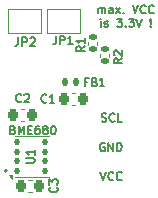
<source format=gbr>
%TF.GenerationSoftware,KiCad,Pcbnew,8.0.9-8.0.9-0~ubuntu22.04.1*%
%TF.CreationDate,2025-02-27T10:51:42+01:00*%
%TF.ProjectId,I2C_Module_BME680_small_FUEL4EP,4932435f-4d6f-4647-956c-655f424d4536,V1.1*%
%TF.SameCoordinates,Original*%
%TF.FileFunction,Legend,Top*%
%TF.FilePolarity,Positive*%
%FSLAX46Y46*%
G04 Gerber Fmt 4.6, Leading zero omitted, Abs format (unit mm)*
G04 Created by KiCad (PCBNEW 8.0.9-8.0.9-0~ubuntu22.04.1) date 2025-02-27 10:51:42*
%MOMM*%
%LPD*%
G01*
G04 APERTURE LIST*
G04 Aperture macros list*
%AMRoundRect*
0 Rectangle with rounded corners*
0 $1 Rounding radius*
0 $2 $3 $4 $5 $6 $7 $8 $9 X,Y pos of 4 corners*
0 Add a 4 corners polygon primitive as box body*
4,1,4,$2,$3,$4,$5,$6,$7,$8,$9,$2,$3,0*
0 Add four circle primitives for the rounded corners*
1,1,$1+$1,$2,$3*
1,1,$1+$1,$4,$5*
1,1,$1+$1,$6,$7*
1,1,$1+$1,$8,$9*
0 Add four rect primitives between the rounded corners*
20,1,$1+$1,$2,$3,$4,$5,0*
20,1,$1+$1,$4,$5,$6,$7,0*
20,1,$1+$1,$6,$7,$8,$9,0*
20,1,$1+$1,$8,$9,$2,$3,0*%
G04 Aperture macros list end*
%ADD10C,0.176200*%
%ADD11C,0.150000*%
%ADD12C,0.152400*%
%ADD13C,0.120000*%
%ADD14RoundRect,0.225000X-0.225000X-0.250000X0.225000X-0.250000X0.225000X0.250000X-0.225000X0.250000X0*%
%ADD15R,1.000000X1.500000*%
%ADD16RoundRect,0.125000X0.137500X-0.125000X0.137500X0.125000X-0.137500X0.125000X-0.137500X-0.125000X0*%
%ADD17RoundRect,0.147500X0.147500X0.172500X-0.147500X0.172500X-0.147500X-0.172500X0.147500X-0.172500X0*%
%ADD18RoundRect,0.135000X0.185000X-0.135000X0.185000X0.135000X-0.185000X0.135000X-0.185000X-0.135000X0*%
%ADD19RoundRect,0.135000X-0.185000X0.135000X-0.185000X-0.135000X0.185000X-0.135000X0.185000X0.135000X0*%
%ADD20R,1.700000X1.700000*%
%ADD21O,1.700000X1.700000*%
G04 APERTURE END LIST*
D10*
X596100Y2667000D02*
G75*
G02*
X419900Y2667000I-88100J0D01*
G01*
X419900Y2667000D02*
G75*
G02*
X596100Y2667000I88100J0D01*
G01*
D11*
X8864667Y5024233D02*
X8798000Y5057566D01*
X8798000Y5057566D02*
X8698000Y5057566D01*
X8698000Y5057566D02*
X8598000Y5024233D01*
X8598000Y5024233D02*
X8531334Y4957566D01*
X8531334Y4957566D02*
X8498000Y4890900D01*
X8498000Y4890900D02*
X8464667Y4757566D01*
X8464667Y4757566D02*
X8464667Y4657566D01*
X8464667Y4657566D02*
X8498000Y4524233D01*
X8498000Y4524233D02*
X8531334Y4457566D01*
X8531334Y4457566D02*
X8598000Y4390900D01*
X8598000Y4390900D02*
X8698000Y4357566D01*
X8698000Y4357566D02*
X8764667Y4357566D01*
X8764667Y4357566D02*
X8864667Y4390900D01*
X8864667Y4390900D02*
X8898000Y4424233D01*
X8898000Y4424233D02*
X8898000Y4657566D01*
X8898000Y4657566D02*
X8764667Y4657566D01*
X9198000Y4357566D02*
X9198000Y5057566D01*
X9198000Y5057566D02*
X9598000Y4357566D01*
X9598000Y4357566D02*
X9598000Y5057566D01*
X9931333Y4357566D02*
X9931333Y5057566D01*
X9931333Y5057566D02*
X10098000Y5057566D01*
X10098000Y5057566D02*
X10198000Y5024233D01*
X10198000Y5024233D02*
X10264667Y4957566D01*
X10264667Y4957566D02*
X10298000Y4890900D01*
X10298000Y4890900D02*
X10331333Y4757566D01*
X10331333Y4757566D02*
X10331333Y4657566D01*
X10331333Y4657566D02*
X10298000Y4524233D01*
X10298000Y4524233D02*
X10264667Y4457566D01*
X10264667Y4457566D02*
X10198000Y4390900D01*
X10198000Y4390900D02*
X10098000Y4357566D01*
X10098000Y4357566D02*
X9931333Y4357566D01*
X1127333Y6146633D02*
X1227333Y6113300D01*
X1227333Y6113300D02*
X1260666Y6079966D01*
X1260666Y6079966D02*
X1293999Y6013300D01*
X1293999Y6013300D02*
X1293999Y5913300D01*
X1293999Y5913300D02*
X1260666Y5846633D01*
X1260666Y5846633D02*
X1227333Y5813300D01*
X1227333Y5813300D02*
X1160666Y5779966D01*
X1160666Y5779966D02*
X893999Y5779966D01*
X893999Y5779966D02*
X893999Y6479966D01*
X893999Y6479966D02*
X1127333Y6479966D01*
X1127333Y6479966D02*
X1193999Y6446633D01*
X1193999Y6446633D02*
X1227333Y6413300D01*
X1227333Y6413300D02*
X1260666Y6346633D01*
X1260666Y6346633D02*
X1260666Y6279966D01*
X1260666Y6279966D02*
X1227333Y6213300D01*
X1227333Y6213300D02*
X1193999Y6179966D01*
X1193999Y6179966D02*
X1127333Y6146633D01*
X1127333Y6146633D02*
X893999Y6146633D01*
X1593999Y5779966D02*
X1593999Y6479966D01*
X1593999Y6479966D02*
X1827333Y5979966D01*
X1827333Y5979966D02*
X2060666Y6479966D01*
X2060666Y6479966D02*
X2060666Y5779966D01*
X2393999Y6146633D02*
X2627333Y6146633D01*
X2727333Y5779966D02*
X2393999Y5779966D01*
X2393999Y5779966D02*
X2393999Y6479966D01*
X2393999Y6479966D02*
X2727333Y6479966D01*
X3327332Y6479966D02*
X3193999Y6479966D01*
X3193999Y6479966D02*
X3127332Y6446633D01*
X3127332Y6446633D02*
X3093999Y6413300D01*
X3093999Y6413300D02*
X3027332Y6313300D01*
X3027332Y6313300D02*
X2993999Y6179966D01*
X2993999Y6179966D02*
X2993999Y5913300D01*
X2993999Y5913300D02*
X3027332Y5846633D01*
X3027332Y5846633D02*
X3060666Y5813300D01*
X3060666Y5813300D02*
X3127332Y5779966D01*
X3127332Y5779966D02*
X3260666Y5779966D01*
X3260666Y5779966D02*
X3327332Y5813300D01*
X3327332Y5813300D02*
X3360666Y5846633D01*
X3360666Y5846633D02*
X3393999Y5913300D01*
X3393999Y5913300D02*
X3393999Y6079966D01*
X3393999Y6079966D02*
X3360666Y6146633D01*
X3360666Y6146633D02*
X3327332Y6179966D01*
X3327332Y6179966D02*
X3260666Y6213300D01*
X3260666Y6213300D02*
X3127332Y6213300D01*
X3127332Y6213300D02*
X3060666Y6179966D01*
X3060666Y6179966D02*
X3027332Y6146633D01*
X3027332Y6146633D02*
X2993999Y6079966D01*
X3793999Y6179966D02*
X3727333Y6213300D01*
X3727333Y6213300D02*
X3693999Y6246633D01*
X3693999Y6246633D02*
X3660666Y6313300D01*
X3660666Y6313300D02*
X3660666Y6346633D01*
X3660666Y6346633D02*
X3693999Y6413300D01*
X3693999Y6413300D02*
X3727333Y6446633D01*
X3727333Y6446633D02*
X3793999Y6479966D01*
X3793999Y6479966D02*
X3927333Y6479966D01*
X3927333Y6479966D02*
X3993999Y6446633D01*
X3993999Y6446633D02*
X4027333Y6413300D01*
X4027333Y6413300D02*
X4060666Y6346633D01*
X4060666Y6346633D02*
X4060666Y6313300D01*
X4060666Y6313300D02*
X4027333Y6246633D01*
X4027333Y6246633D02*
X3993999Y6213300D01*
X3993999Y6213300D02*
X3927333Y6179966D01*
X3927333Y6179966D02*
X3793999Y6179966D01*
X3793999Y6179966D02*
X3727333Y6146633D01*
X3727333Y6146633D02*
X3693999Y6113300D01*
X3693999Y6113300D02*
X3660666Y6046633D01*
X3660666Y6046633D02*
X3660666Y5913300D01*
X3660666Y5913300D02*
X3693999Y5846633D01*
X3693999Y5846633D02*
X3727333Y5813300D01*
X3727333Y5813300D02*
X3793999Y5779966D01*
X3793999Y5779966D02*
X3927333Y5779966D01*
X3927333Y5779966D02*
X3993999Y5813300D01*
X3993999Y5813300D02*
X4027333Y5846633D01*
X4027333Y5846633D02*
X4060666Y5913300D01*
X4060666Y5913300D02*
X4060666Y6046633D01*
X4060666Y6046633D02*
X4027333Y6113300D01*
X4027333Y6113300D02*
X3993999Y6146633D01*
X3993999Y6146633D02*
X3927333Y6179966D01*
X4494000Y6479966D02*
X4560666Y6479966D01*
X4560666Y6479966D02*
X4627333Y6446633D01*
X4627333Y6446633D02*
X4660666Y6413300D01*
X4660666Y6413300D02*
X4694000Y6346633D01*
X4694000Y6346633D02*
X4727333Y6213300D01*
X4727333Y6213300D02*
X4727333Y6046633D01*
X4727333Y6046633D02*
X4694000Y5913300D01*
X4694000Y5913300D02*
X4660666Y5846633D01*
X4660666Y5846633D02*
X4627333Y5813300D01*
X4627333Y5813300D02*
X4560666Y5779966D01*
X4560666Y5779966D02*
X4494000Y5779966D01*
X4494000Y5779966D02*
X4427333Y5813300D01*
X4427333Y5813300D02*
X4394000Y5846633D01*
X4394000Y5846633D02*
X4360666Y5913300D01*
X4360666Y5913300D02*
X4327333Y6046633D01*
X4327333Y6046633D02*
X4327333Y6213300D01*
X4327333Y6213300D02*
X4360666Y6346633D01*
X4360666Y6346633D02*
X4394000Y6413300D01*
X4394000Y6413300D02*
X4427333Y6446633D01*
X4427333Y6446633D02*
X4494000Y6479966D01*
X8615466Y6880100D02*
X8715466Y6846766D01*
X8715466Y6846766D02*
X8882133Y6846766D01*
X8882133Y6846766D02*
X8948799Y6880100D01*
X8948799Y6880100D02*
X8982133Y6913433D01*
X8982133Y6913433D02*
X9015466Y6980100D01*
X9015466Y6980100D02*
X9015466Y7046766D01*
X9015466Y7046766D02*
X8982133Y7113433D01*
X8982133Y7113433D02*
X8948799Y7146766D01*
X8948799Y7146766D02*
X8882133Y7180100D01*
X8882133Y7180100D02*
X8748799Y7213433D01*
X8748799Y7213433D02*
X8682133Y7246766D01*
X8682133Y7246766D02*
X8648799Y7280100D01*
X8648799Y7280100D02*
X8615466Y7346766D01*
X8615466Y7346766D02*
X8615466Y7413433D01*
X8615466Y7413433D02*
X8648799Y7480100D01*
X8648799Y7480100D02*
X8682133Y7513433D01*
X8682133Y7513433D02*
X8748799Y7546766D01*
X8748799Y7546766D02*
X8915466Y7546766D01*
X8915466Y7546766D02*
X9015466Y7513433D01*
X9715466Y6913433D02*
X9682133Y6880100D01*
X9682133Y6880100D02*
X9582133Y6846766D01*
X9582133Y6846766D02*
X9515466Y6846766D01*
X9515466Y6846766D02*
X9415466Y6880100D01*
X9415466Y6880100D02*
X9348800Y6946766D01*
X9348800Y6946766D02*
X9315466Y7013433D01*
X9315466Y7013433D02*
X9282133Y7146766D01*
X9282133Y7146766D02*
X9282133Y7246766D01*
X9282133Y7246766D02*
X9315466Y7380100D01*
X9315466Y7380100D02*
X9348800Y7446766D01*
X9348800Y7446766D02*
X9415466Y7513433D01*
X9415466Y7513433D02*
X9515466Y7546766D01*
X9515466Y7546766D02*
X9582133Y7546766D01*
X9582133Y7546766D02*
X9682133Y7513433D01*
X9682133Y7513433D02*
X9715466Y7480100D01*
X10348800Y6846766D02*
X10015466Y6846766D01*
X10015466Y6846766D02*
X10015466Y7546766D01*
X8515466Y2568366D02*
X8748800Y1868366D01*
X8748800Y1868366D02*
X8982133Y2568366D01*
X9615466Y1935033D02*
X9582133Y1901700D01*
X9582133Y1901700D02*
X9482133Y1868366D01*
X9482133Y1868366D02*
X9415466Y1868366D01*
X9415466Y1868366D02*
X9315466Y1901700D01*
X9315466Y1901700D02*
X9248800Y1968366D01*
X9248800Y1968366D02*
X9215466Y2035033D01*
X9215466Y2035033D02*
X9182133Y2168366D01*
X9182133Y2168366D02*
X9182133Y2268366D01*
X9182133Y2268366D02*
X9215466Y2401700D01*
X9215466Y2401700D02*
X9248800Y2468366D01*
X9248800Y2468366D02*
X9315466Y2535033D01*
X9315466Y2535033D02*
X9415466Y2568366D01*
X9415466Y2568366D02*
X9482133Y2568366D01*
X9482133Y2568366D02*
X9582133Y2535033D01*
X9582133Y2535033D02*
X9615466Y2501700D01*
X10315466Y1935033D02*
X10282133Y1901700D01*
X10282133Y1901700D02*
X10182133Y1868366D01*
X10182133Y1868366D02*
X10115466Y1868366D01*
X10115466Y1868366D02*
X10015466Y1901700D01*
X10015466Y1901700D02*
X9948800Y1968366D01*
X9948800Y1968366D02*
X9915466Y2035033D01*
X9915466Y2035033D02*
X9882133Y2168366D01*
X9882133Y2168366D02*
X9882133Y2268366D01*
X9882133Y2268366D02*
X9915466Y2401700D01*
X9915466Y2401700D02*
X9948800Y2468366D01*
X9948800Y2468366D02*
X10015466Y2535033D01*
X10015466Y2535033D02*
X10115466Y2568366D01*
X10115466Y2568366D02*
X10182133Y2568366D01*
X10182133Y2568366D02*
X10282133Y2535033D01*
X10282133Y2535033D02*
X10315466Y2501700D01*
D12*
X8334667Y15995571D02*
X8334667Y16462238D01*
X8334667Y16395571D02*
X8368001Y16428905D01*
X8368001Y16428905D02*
X8434667Y16462238D01*
X8434667Y16462238D02*
X8534667Y16462238D01*
X8534667Y16462238D02*
X8601334Y16428905D01*
X8601334Y16428905D02*
X8634667Y16362238D01*
X8634667Y16362238D02*
X8634667Y15995571D01*
X8634667Y16362238D02*
X8668001Y16428905D01*
X8668001Y16428905D02*
X8734667Y16462238D01*
X8734667Y16462238D02*
X8834667Y16462238D01*
X8834667Y16462238D02*
X8901334Y16428905D01*
X8901334Y16428905D02*
X8934667Y16362238D01*
X8934667Y16362238D02*
X8934667Y15995571D01*
X9568000Y15995571D02*
X9568000Y16362238D01*
X9568000Y16362238D02*
X9534667Y16428905D01*
X9534667Y16428905D02*
X9468000Y16462238D01*
X9468000Y16462238D02*
X9334667Y16462238D01*
X9334667Y16462238D02*
X9268000Y16428905D01*
X9568000Y16028905D02*
X9501334Y15995571D01*
X9501334Y15995571D02*
X9334667Y15995571D01*
X9334667Y15995571D02*
X9268000Y16028905D01*
X9268000Y16028905D02*
X9234667Y16095571D01*
X9234667Y16095571D02*
X9234667Y16162238D01*
X9234667Y16162238D02*
X9268000Y16228905D01*
X9268000Y16228905D02*
X9334667Y16262238D01*
X9334667Y16262238D02*
X9501334Y16262238D01*
X9501334Y16262238D02*
X9568000Y16295571D01*
X9834667Y15995571D02*
X10201333Y16462238D01*
X9834667Y16462238D02*
X10201333Y15995571D01*
X10468000Y16062238D02*
X10501334Y16028905D01*
X10501334Y16028905D02*
X10468000Y15995571D01*
X10468000Y15995571D02*
X10434667Y16028905D01*
X10434667Y16028905D02*
X10468000Y16062238D01*
X10468000Y16062238D02*
X10468000Y15995571D01*
X11234666Y16695571D02*
X11468000Y15995571D01*
X11468000Y15995571D02*
X11701333Y16695571D01*
X12334666Y16062238D02*
X12301333Y16028905D01*
X12301333Y16028905D02*
X12201333Y15995571D01*
X12201333Y15995571D02*
X12134666Y15995571D01*
X12134666Y15995571D02*
X12034666Y16028905D01*
X12034666Y16028905D02*
X11968000Y16095571D01*
X11968000Y16095571D02*
X11934666Y16162238D01*
X11934666Y16162238D02*
X11901333Y16295571D01*
X11901333Y16295571D02*
X11901333Y16395571D01*
X11901333Y16395571D02*
X11934666Y16528905D01*
X11934666Y16528905D02*
X11968000Y16595571D01*
X11968000Y16595571D02*
X12034666Y16662238D01*
X12034666Y16662238D02*
X12134666Y16695571D01*
X12134666Y16695571D02*
X12201333Y16695571D01*
X12201333Y16695571D02*
X12301333Y16662238D01*
X12301333Y16662238D02*
X12334666Y16628905D01*
X13034666Y16062238D02*
X13001333Y16028905D01*
X13001333Y16028905D02*
X12901333Y15995571D01*
X12901333Y15995571D02*
X12834666Y15995571D01*
X12834666Y15995571D02*
X12734666Y16028905D01*
X12734666Y16028905D02*
X12668000Y16095571D01*
X12668000Y16095571D02*
X12634666Y16162238D01*
X12634666Y16162238D02*
X12601333Y16295571D01*
X12601333Y16295571D02*
X12601333Y16395571D01*
X12601333Y16395571D02*
X12634666Y16528905D01*
X12634666Y16528905D02*
X12668000Y16595571D01*
X12668000Y16595571D02*
X12734666Y16662238D01*
X12734666Y16662238D02*
X12834666Y16695571D01*
X12834666Y16695571D02*
X12901333Y16695571D01*
X12901333Y16695571D02*
X13001333Y16662238D01*
X13001333Y16662238D02*
X13034666Y16628905D01*
X8551333Y14868610D02*
X8551333Y15335277D01*
X8551333Y15568610D02*
X8518000Y15535277D01*
X8518000Y15535277D02*
X8551333Y15501944D01*
X8551333Y15501944D02*
X8584667Y15535277D01*
X8584667Y15535277D02*
X8551333Y15568610D01*
X8551333Y15568610D02*
X8551333Y15501944D01*
X8851333Y14901944D02*
X8918000Y14868610D01*
X8918000Y14868610D02*
X9051333Y14868610D01*
X9051333Y14868610D02*
X9118000Y14901944D01*
X9118000Y14901944D02*
X9151333Y14968610D01*
X9151333Y14968610D02*
X9151333Y15001944D01*
X9151333Y15001944D02*
X9118000Y15068610D01*
X9118000Y15068610D02*
X9051333Y15101944D01*
X9051333Y15101944D02*
X8951333Y15101944D01*
X8951333Y15101944D02*
X8884666Y15135277D01*
X8884666Y15135277D02*
X8851333Y15201944D01*
X8851333Y15201944D02*
X8851333Y15235277D01*
X8851333Y15235277D02*
X8884666Y15301944D01*
X8884666Y15301944D02*
X8951333Y15335277D01*
X8951333Y15335277D02*
X9051333Y15335277D01*
X9051333Y15335277D02*
X9118000Y15301944D01*
X9918000Y15568610D02*
X10351333Y15568610D01*
X10351333Y15568610D02*
X10118000Y15301944D01*
X10118000Y15301944D02*
X10218000Y15301944D01*
X10218000Y15301944D02*
X10284666Y15268610D01*
X10284666Y15268610D02*
X10318000Y15235277D01*
X10318000Y15235277D02*
X10351333Y15168610D01*
X10351333Y15168610D02*
X10351333Y15001944D01*
X10351333Y15001944D02*
X10318000Y14935277D01*
X10318000Y14935277D02*
X10284666Y14901944D01*
X10284666Y14901944D02*
X10218000Y14868610D01*
X10218000Y14868610D02*
X10018000Y14868610D01*
X10018000Y14868610D02*
X9951333Y14901944D01*
X9951333Y14901944D02*
X9918000Y14935277D01*
X10651333Y14935277D02*
X10684667Y14901944D01*
X10684667Y14901944D02*
X10651333Y14868610D01*
X10651333Y14868610D02*
X10618000Y14901944D01*
X10618000Y14901944D02*
X10651333Y14935277D01*
X10651333Y14935277D02*
X10651333Y14868610D01*
X10918000Y15568610D02*
X11351333Y15568610D01*
X11351333Y15568610D02*
X11118000Y15301944D01*
X11118000Y15301944D02*
X11218000Y15301944D01*
X11218000Y15301944D02*
X11284666Y15268610D01*
X11284666Y15268610D02*
X11318000Y15235277D01*
X11318000Y15235277D02*
X11351333Y15168610D01*
X11351333Y15168610D02*
X11351333Y15001944D01*
X11351333Y15001944D02*
X11318000Y14935277D01*
X11318000Y14935277D02*
X11284666Y14901944D01*
X11284666Y14901944D02*
X11218000Y14868610D01*
X11218000Y14868610D02*
X11018000Y14868610D01*
X11018000Y14868610D02*
X10951333Y14901944D01*
X10951333Y14901944D02*
X10918000Y14935277D01*
X11551333Y15568610D02*
X11784667Y14868610D01*
X11784667Y14868610D02*
X12018000Y15568610D01*
X12784666Y14935277D02*
X12818000Y14901944D01*
X12818000Y14901944D02*
X12784666Y14868610D01*
X12784666Y14868610D02*
X12751333Y14901944D01*
X12751333Y14901944D02*
X12784666Y14935277D01*
X12784666Y14935277D02*
X12784666Y14868610D01*
X12784666Y15135277D02*
X12751333Y15535277D01*
X12751333Y15535277D02*
X12784666Y15568610D01*
X12784666Y15568610D02*
X12818000Y15535277D01*
X12818000Y15535277D02*
X12784666Y15135277D01*
X12784666Y15135277D02*
X12784666Y15568610D01*
D11*
X3947333Y8513633D02*
X3914000Y8480300D01*
X3914000Y8480300D02*
X3814000Y8446966D01*
X3814000Y8446966D02*
X3747333Y8446966D01*
X3747333Y8446966D02*
X3647333Y8480300D01*
X3647333Y8480300D02*
X3580667Y8546966D01*
X3580667Y8546966D02*
X3547333Y8613633D01*
X3547333Y8613633D02*
X3514000Y8746966D01*
X3514000Y8746966D02*
X3514000Y8846966D01*
X3514000Y8846966D02*
X3547333Y8980300D01*
X3547333Y8980300D02*
X3580667Y9046966D01*
X3580667Y9046966D02*
X3647333Y9113633D01*
X3647333Y9113633D02*
X3747333Y9146966D01*
X3747333Y9146966D02*
X3814000Y9146966D01*
X3814000Y9146966D02*
X3914000Y9113633D01*
X3914000Y9113633D02*
X3947333Y9080300D01*
X4614000Y8446966D02*
X4214000Y8446966D01*
X4414000Y8446966D02*
X4414000Y9146966D01*
X4414000Y9146966D02*
X4347333Y9046966D01*
X4347333Y9046966D02*
X4280667Y8980300D01*
X4280667Y8980300D02*
X4214000Y8946966D01*
X4765666Y14099966D02*
X4765666Y13599966D01*
X4765666Y13599966D02*
X4732333Y13499966D01*
X4732333Y13499966D02*
X4665666Y13433300D01*
X4665666Y13433300D02*
X4565666Y13399966D01*
X4565666Y13399966D02*
X4499000Y13399966D01*
X5098999Y13399966D02*
X5098999Y14099966D01*
X5098999Y14099966D02*
X5365666Y14099966D01*
X5365666Y14099966D02*
X5432333Y14066633D01*
X5432333Y14066633D02*
X5465666Y14033300D01*
X5465666Y14033300D02*
X5498999Y13966633D01*
X5498999Y13966633D02*
X5498999Y13866633D01*
X5498999Y13866633D02*
X5465666Y13799966D01*
X5465666Y13799966D02*
X5432333Y13766633D01*
X5432333Y13766633D02*
X5365666Y13733300D01*
X5365666Y13733300D02*
X5098999Y13733300D01*
X6165666Y13399966D02*
X5765666Y13399966D01*
X5965666Y13399966D02*
X5965666Y14099966D01*
X5965666Y14099966D02*
X5898999Y13999966D01*
X5898999Y13999966D02*
X5832333Y13933300D01*
X5832333Y13933300D02*
X5765666Y13899966D01*
X2238533Y3346666D02*
X2805200Y3346666D01*
X2805200Y3346666D02*
X2871866Y3380000D01*
X2871866Y3380000D02*
X2905200Y3413333D01*
X2905200Y3413333D02*
X2938533Y3480000D01*
X2938533Y3480000D02*
X2938533Y3613333D01*
X2938533Y3613333D02*
X2905200Y3680000D01*
X2905200Y3680000D02*
X2871866Y3713333D01*
X2871866Y3713333D02*
X2805200Y3746666D01*
X2805200Y3746666D02*
X2238533Y3746666D01*
X2938533Y4446666D02*
X2938533Y4046666D01*
X2938533Y4246666D02*
X2238533Y4246666D01*
X2238533Y4246666D02*
X2338533Y4179999D01*
X2338533Y4179999D02*
X2405200Y4113333D01*
X2405200Y4113333D02*
X2438533Y4046666D01*
X7417667Y10210633D02*
X7184333Y10210633D01*
X7184333Y9843966D02*
X7184333Y10543966D01*
X7184333Y10543966D02*
X7517667Y10543966D01*
X8017667Y10210633D02*
X8117667Y10177300D01*
X8117667Y10177300D02*
X8151000Y10143966D01*
X8151000Y10143966D02*
X8184333Y10077300D01*
X8184333Y10077300D02*
X8184333Y9977300D01*
X8184333Y9977300D02*
X8151000Y9910633D01*
X8151000Y9910633D02*
X8117667Y9877300D01*
X8117667Y9877300D02*
X8051000Y9843966D01*
X8051000Y9843966D02*
X7784333Y9843966D01*
X7784333Y9843966D02*
X7784333Y10543966D01*
X7784333Y10543966D02*
X8017667Y10543966D01*
X8017667Y10543966D02*
X8084333Y10510633D01*
X8084333Y10510633D02*
X8117667Y10477300D01*
X8117667Y10477300D02*
X8151000Y10410633D01*
X8151000Y10410633D02*
X8151000Y10343966D01*
X8151000Y10343966D02*
X8117667Y10277300D01*
X8117667Y10277300D02*
X8084333Y10243966D01*
X8084333Y10243966D02*
X8017667Y10210633D01*
X8017667Y10210633D02*
X7784333Y10210633D01*
X8851000Y9843966D02*
X8451000Y9843966D01*
X8651000Y9843966D02*
X8651000Y10543966D01*
X8651000Y10543966D02*
X8584333Y10443966D01*
X8584333Y10443966D02*
X8517667Y10377300D01*
X8517667Y10377300D02*
X8451000Y10343966D01*
X1575666Y13972966D02*
X1575666Y13472966D01*
X1575666Y13472966D02*
X1542333Y13372966D01*
X1542333Y13372966D02*
X1475666Y13306300D01*
X1475666Y13306300D02*
X1375666Y13272966D01*
X1375666Y13272966D02*
X1309000Y13272966D01*
X1908999Y13272966D02*
X1908999Y13972966D01*
X1908999Y13972966D02*
X2175666Y13972966D01*
X2175666Y13972966D02*
X2242333Y13939633D01*
X2242333Y13939633D02*
X2275666Y13906300D01*
X2275666Y13906300D02*
X2308999Y13839633D01*
X2308999Y13839633D02*
X2308999Y13739633D01*
X2308999Y13739633D02*
X2275666Y13672966D01*
X2275666Y13672966D02*
X2242333Y13639633D01*
X2242333Y13639633D02*
X2175666Y13606300D01*
X2175666Y13606300D02*
X1908999Y13606300D01*
X2575666Y13906300D02*
X2608999Y13939633D01*
X2608999Y13939633D02*
X2675666Y13972966D01*
X2675666Y13972966D02*
X2842333Y13972966D01*
X2842333Y13972966D02*
X2908999Y13939633D01*
X2908999Y13939633D02*
X2942333Y13906300D01*
X2942333Y13906300D02*
X2975666Y13839633D01*
X2975666Y13839633D02*
X2975666Y13772966D01*
X2975666Y13772966D02*
X2942333Y13672966D01*
X2942333Y13672966D02*
X2542333Y13272966D01*
X2542333Y13272966D02*
X2975666Y13272966D01*
X10349033Y12202333D02*
X10015700Y11969000D01*
X10349033Y11802333D02*
X9649033Y11802333D01*
X9649033Y11802333D02*
X9649033Y12069000D01*
X9649033Y12069000D02*
X9682366Y12135667D01*
X9682366Y12135667D02*
X9715700Y12169000D01*
X9715700Y12169000D02*
X9782366Y12202333D01*
X9782366Y12202333D02*
X9882366Y12202333D01*
X9882366Y12202333D02*
X9949033Y12169000D01*
X9949033Y12169000D02*
X9982366Y12135667D01*
X9982366Y12135667D02*
X10015700Y12069000D01*
X10015700Y12069000D02*
X10015700Y11802333D01*
X9715700Y12469000D02*
X9682366Y12502333D01*
X9682366Y12502333D02*
X9649033Y12569000D01*
X9649033Y12569000D02*
X9649033Y12735667D01*
X9649033Y12735667D02*
X9682366Y12802333D01*
X9682366Y12802333D02*
X9715700Y12835667D01*
X9715700Y12835667D02*
X9782366Y12869000D01*
X9782366Y12869000D02*
X9849033Y12869000D01*
X9849033Y12869000D02*
X9949033Y12835667D01*
X9949033Y12835667D02*
X10349033Y12435667D01*
X10349033Y12435667D02*
X10349033Y12869000D01*
X1801333Y8546633D02*
X1768000Y8513300D01*
X1768000Y8513300D02*
X1668000Y8479966D01*
X1668000Y8479966D02*
X1601333Y8479966D01*
X1601333Y8479966D02*
X1501333Y8513300D01*
X1501333Y8513300D02*
X1434667Y8579966D01*
X1434667Y8579966D02*
X1401333Y8646633D01*
X1401333Y8646633D02*
X1368000Y8779966D01*
X1368000Y8779966D02*
X1368000Y8879966D01*
X1368000Y8879966D02*
X1401333Y9013300D01*
X1401333Y9013300D02*
X1434667Y9079966D01*
X1434667Y9079966D02*
X1501333Y9146633D01*
X1501333Y9146633D02*
X1601333Y9179966D01*
X1601333Y9179966D02*
X1668000Y9179966D01*
X1668000Y9179966D02*
X1768000Y9146633D01*
X1768000Y9146633D02*
X1801333Y9113300D01*
X2068000Y9113300D02*
X2101333Y9146633D01*
X2101333Y9146633D02*
X2168000Y9179966D01*
X2168000Y9179966D02*
X2334667Y9179966D01*
X2334667Y9179966D02*
X2401333Y9146633D01*
X2401333Y9146633D02*
X2434667Y9113300D01*
X2434667Y9113300D02*
X2468000Y9046633D01*
X2468000Y9046633D02*
X2468000Y8979966D01*
X2468000Y8979966D02*
X2434667Y8879966D01*
X2434667Y8879966D02*
X2034667Y8479966D01*
X2034667Y8479966D02*
X2468000Y8479966D01*
X4821366Y1280333D02*
X4854700Y1247000D01*
X4854700Y1247000D02*
X4888033Y1147000D01*
X4888033Y1147000D02*
X4888033Y1080333D01*
X4888033Y1080333D02*
X4854700Y980333D01*
X4854700Y980333D02*
X4788033Y913667D01*
X4788033Y913667D02*
X4721366Y880333D01*
X4721366Y880333D02*
X4588033Y847000D01*
X4588033Y847000D02*
X4488033Y847000D01*
X4488033Y847000D02*
X4354700Y880333D01*
X4354700Y880333D02*
X4288033Y913667D01*
X4288033Y913667D02*
X4221366Y980333D01*
X4221366Y980333D02*
X4188033Y1080333D01*
X4188033Y1080333D02*
X4188033Y1147000D01*
X4188033Y1147000D02*
X4221366Y1247000D01*
X4221366Y1247000D02*
X4254700Y1280333D01*
X4188033Y1513667D02*
X4188033Y1947000D01*
X4188033Y1947000D02*
X4454700Y1713667D01*
X4454700Y1713667D02*
X4454700Y1813667D01*
X4454700Y1813667D02*
X4488033Y1880333D01*
X4488033Y1880333D02*
X4521366Y1913667D01*
X4521366Y1913667D02*
X4588033Y1947000D01*
X4588033Y1947000D02*
X4754700Y1947000D01*
X4754700Y1947000D02*
X4821366Y1913667D01*
X4821366Y1913667D02*
X4854700Y1880333D01*
X4854700Y1880333D02*
X4888033Y1813667D01*
X4888033Y1813667D02*
X4888033Y1613667D01*
X4888033Y1613667D02*
X4854700Y1547000D01*
X4854700Y1547000D02*
X4821366Y1513667D01*
X7174033Y13218333D02*
X6840700Y12985000D01*
X7174033Y12818333D02*
X6474033Y12818333D01*
X6474033Y12818333D02*
X6474033Y13085000D01*
X6474033Y13085000D02*
X6507366Y13151667D01*
X6507366Y13151667D02*
X6540700Y13185000D01*
X6540700Y13185000D02*
X6607366Y13218333D01*
X6607366Y13218333D02*
X6707366Y13218333D01*
X6707366Y13218333D02*
X6774033Y13185000D01*
X6774033Y13185000D02*
X6807366Y13151667D01*
X6807366Y13151667D02*
X6840700Y13085000D01*
X6840700Y13085000D02*
X6840700Y12818333D01*
X7174033Y13885000D02*
X7174033Y13485000D01*
X7174033Y13685000D02*
X6474033Y13685000D01*
X6474033Y13685000D02*
X6574033Y13618333D01*
X6574033Y13618333D02*
X6640700Y13551667D01*
X6640700Y13551667D02*
X6674033Y13485000D01*
D13*
%TO.C,C1*%
X6095420Y9273000D02*
X6376580Y9273000D01*
X6095420Y8253000D02*
X6376580Y8253000D01*
%TO.C,JP1*%
X3949000Y16367000D02*
X6749000Y16367000D01*
X3949000Y14367000D02*
X3949000Y16367000D01*
X6749000Y16367000D02*
X6749000Y14367000D01*
X6749000Y14367000D02*
X3949000Y14367000D01*
%TO.C,U1*%
X1262500Y5590000D02*
X4122500Y5590000D01*
X1262500Y2170000D02*
X4122500Y2170000D01*
X1022500Y2000000D02*
X742500Y2280000D01*
X1022500Y2280000D01*
X1022500Y2000000D01*
G36*
X1022500Y2000000D02*
G01*
X742500Y2280000D01*
X1022500Y2280000D01*
X1022500Y2000000D01*
G37*
%TO.C,JP2*%
X647000Y16367000D02*
X3447000Y16367000D01*
X647000Y14367000D02*
X647000Y16367000D01*
X3447000Y16367000D02*
X3447000Y14367000D01*
X3447000Y14367000D02*
X647000Y14367000D01*
%TO.C,R2*%
X8510000Y12290359D02*
X8510000Y12597641D01*
X9270000Y12290359D02*
X9270000Y12597641D01*
%TO.C,C2*%
X1777420Y7876000D02*
X2058580Y7876000D01*
X1777420Y6856000D02*
X2058580Y6856000D01*
%TO.C,C3*%
X2412420Y1907000D02*
X2693580Y1907000D01*
X2412420Y887000D02*
X2693580Y887000D01*
%TO.C,R1*%
X7494000Y13613641D02*
X7494000Y13306359D01*
X8254000Y13613641D02*
X8254000Y13306359D01*
%TD*%
%LPC*%
D14*
%TO.C,C1*%
X5461000Y8763000D03*
X7011000Y8763000D03*
%TD*%
D15*
%TO.C,JP1*%
X4699000Y15367000D03*
X5999000Y15367000D03*
%TD*%
D16*
%TO.C,U1*%
X1435000Y2680000D03*
X1435000Y3480000D03*
X1435000Y4280000D03*
X1435000Y5080000D03*
X3810000Y5080000D03*
X3810000Y4280000D03*
X3810000Y3480000D03*
X3810000Y2680000D03*
%TD*%
D17*
%TO.C,FB1*%
X6477000Y10160000D03*
X5507000Y10160000D03*
%TD*%
D15*
%TO.C,JP2*%
X1397000Y15367000D03*
X2697000Y15367000D03*
%TD*%
D18*
%TO.C,R2*%
X8890000Y11934000D03*
X8890000Y12954000D03*
%TD*%
D14*
%TO.C,C2*%
X1143000Y7366000D03*
X2693000Y7366000D03*
%TD*%
%TO.C,C3*%
X1778000Y1397000D03*
X3328000Y1397000D03*
%TD*%
D19*
%TO.C,R1*%
X7874000Y13970000D03*
X7874000Y12950000D03*
%TD*%
D20*
%TO.C,J1*%
X11892000Y2032000D03*
D21*
X11892000Y4572000D03*
X11892000Y7112000D03*
X11892000Y9652000D03*
%TD*%
%LPD*%
M02*

</source>
